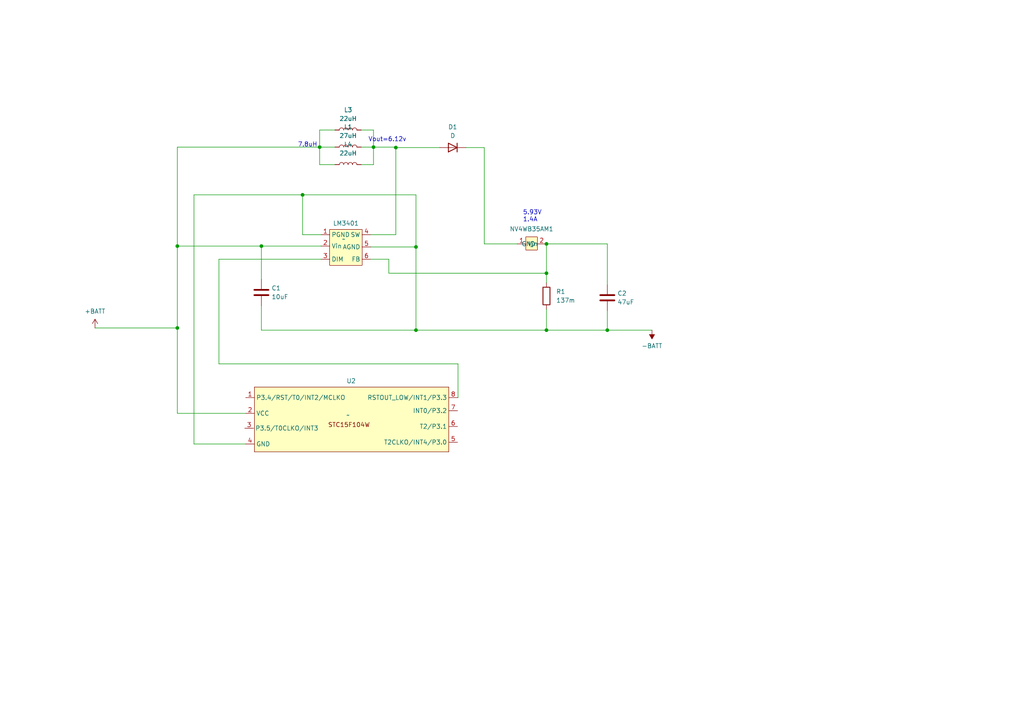
<source format=kicad_sch>
(kicad_sch (version 20230121) (generator eeschema)
  (paper "A4")
  (lib_symbols
    (symbol "Device:C" (pin_numbers hide) (pin_names (offset 0.254))
      (property "Reference" "C" (at 0.635 2.54 0))
      (property "Value" "C" (at 0.635 -2.54 0))
      (symbol "C_0_1"
        (polyline (pts (xy -2.032 -0.762) (xy 2.032 -0.762)) (stroke (width 0.508)))
        (polyline (pts (xy -2.032 0.762) (xy 2.032 0.762)) (stroke (width 0.508)))
      )
      (symbol "C_1_1"
        (pin passive line (at 0 3.81 270) (length 2.794) (name "~") (number "1"))
        (pin passive line (at 0 -3.81 90) (length 2.794) (name "~") (number "2"))
      )
    )
    (symbol "Device:D" (pin_numbers hide) (pin_names (offset 1.016) hide)
      (property "Reference" "D" (at 0 2.54 0))
      (property "Value" "D" (at 0 -2.54 0))
      (symbol "D_0_1"
        (polyline (pts (xy -1.27 1.27) (xy -1.27 -1.27)) (stroke (width 0.254)))
        (polyline (pts (xy 1.27 0) (xy -1.27 0)))
        (polyline (pts (xy 1.27 1.27) (xy 1.27 -1.27) (xy -1.27 0) (xy 1.27 1.27)) (stroke (width 0.254)))
      )
      (symbol "D_1_1"
        (pin passive line (at -3.81 0 0) (length 2.54) (name "K") (number "1"))
        (pin passive line (at 3.81 0 180) (length 2.54) (name "A") (number "2"))
      )
    )
    (symbol "Device:L" (pin_numbers hide) (pin_names (offset 1.016) hide)
      (property "Reference" "L" (at -1.27 0 90))
      (property "Value" "L" (at 1.905 0 90))
      (symbol "L_0_1"
        (arc (start 0 -2.54) (mid 0.6323 -1.905) (end 0 -1.27))
        (arc (start 0 -1.27) (mid 0.6323 -0.635) (end 0 0))
        (arc (start 0 0) (mid 0.6323 0.635) (end 0 1.27))
        (arc (start 0 1.27) (mid 0.6323 1.905) (end 0 2.54))
      )
      (symbol "L_1_1"
        (pin passive line (at 0 3.81 270) (length 1.27) (name "1") (number "1"))
        (pin passive line (at 0 -3.81 90) (length 1.27) (name "2") (number "2"))
      )
    )
    (symbol "Device:R" (pin_numbers hide) (pin_names (offset 0))
      (property "Reference" "R" (at 2.032 0 90))
      (property "Value" "R" (at 0 0 90))
      (symbol "R_0_1"
        (rectangle (start -1.016 -2.54) (end 1.016 2.54) (stroke (width 0.254)))
      )
      (symbol "R_1_1"
        (pin passive line (at 0 3.81 270) (length 1.27) (name "~") (number "1"))
        (pin passive line (at 0 -3.81 90) (length 1.27) (name "~") (number "2"))
      )
    )
    (symbol "UserLyb:LM3410"
      (property "Reference" "U" (at 0 0 0))
      (symbol "LM3410_1_1"
        (rectangle (start -4.064 2.794) (end 5.334 -7.62) (fill (type background)))
        (pin output line (at -6.604 1.27 0) (length 2.54) (name "PGND") (number "1"))
        (pin input line (at -6.604 -2.032 0) (length 2.54) (name "Vin") (number "2"))
        (pin passive line (at -6.604 -5.842 0) (length 2.54) (name "DIM") (number "3"))
        (pin passive line (at 7.874 1.27 180) (length 2.54) (name "SW") (number "4"))
        (pin passive line (at 7.874 -2.286 180) (length 2.54) (name "AGND") (number "5"))
        (pin passive line (at 7.874 -5.842 180) (length 2.54) (name "FB") (number "6"))
      )
    )
    (symbol "UserLyb:NV4WB35AM"
      (property "Reference" "NV4WB35AM" (at -0.254 -2.794 0))
      (symbol "NV4WB35AM_1_1"
        (rectangle (start -1.778 2.794) (end 1.524 -1.016) (fill (type background)))
        (pin input line (at -4.318 0.762 0) (length 2.54) (name "Vin") (number "1"))
        (pin input line (at 4.064 0.762 180) (length 2.54) (name "GND") (number "2"))
      )
    )
    (symbol "UserLyb:STC15F104W"
      (property "Reference" "U" (at 0 0 0))
      (symbol "STC15F104W_1_1"
        (rectangle (start -27.178 8.128) (end 29.21 -10.668) (fill (type background)))
        (text "STC15F104W" (at 0.254 -2.794 0) (effects (font (size 1.27 1.27))))
        (pin passive line (at -29.718 5.08 0) (length 2.54) (name "P3.4/RST/T0/INT2/MCLKO") (number "1"))
        (pin passive line (at -29.718 0.508 0) (length 2.54) (name "VCC") (number "2"))
        (pin passive line (at -29.972 -3.81 0) (length 2.54) (name "P3.5/T0CLKO/INT3") (number "3"))
        (pin passive line (at -29.718 -8.382 0) (length 2.54) (name "GND") (number "4"))
        (pin passive line (at 31.75 -7.874 180) (length 2.54) (name "T2CLKO/INT4/P3.0") (number "5"))
        (pin passive line (at 31.75 -3.302 180) (length 2.54) (name "T2/P3.1") (number "6"))
        (pin passive line (at 31.75 1.27 180) (length 2.54) (name "INT0/P3.2") (number "7"))
        (pin passive line (at 31.75 5.08 180) (length 2.54) (name "RSTOUT_LOW/INT1/P3.3") (number "8"))
      )
    )
    (symbol "power:+BATT" (power) (pin_names (offset 0))
      (property "Value" "+BATT" (at 0 3.556 0))
      (symbol "+BATT_0_1"
        (polyline (pts (xy -0.762 1.27) (xy 0 2.54)))
        (polyline (pts (xy 0 0) (xy 0 2.54)))
        (polyline (pts (xy 0 2.54) (xy 0.762 1.27)))
      )
      (symbol "+BATT_1_1"
        (pin power_in line (at 0 0 90) (length 0) hide (name "+BATT") (number "1"))
      )
    )
    (symbol "power:-BATT" (power) (pin_names (offset 0))
      (property "Value" "-BATT" (at 0 3.556 0))
      (symbol "-BATT_0_1"
        (polyline (pts (xy 0 0) (xy 0 2.54)))
        (polyline (pts (xy 0.762 1.27) (xy -0.762 1.27) (xy 0 2.54) (xy 0.762 1.27)) (fill (type outline)))
      )
      (symbol "-BATT_1_1"
        (pin power_in line (at 0 0 90) (length 0) hide (name "-BATT") (number "1"))
      )
    )
  )
  (junction (at 158.496 70.739))
  (junction (at 92.71 42.672))
  (junction (at 108.331 42.672))
  (junction (at 158.496 95.758))
  (junction (at 120.65 95.758))
  (junction (at 51.435 71.374))
  (junction (at 75.819 71.374))
  (junction (at 114.808 42.799))
  (junction (at 87.757 56.515))
  (junction (at 158.496 79.248))
  (junction (at 176.149 95.758))
  (junction (at 51.435 95.123))
  (junction (at 120.65 71.628))
  (wire (pts (xy 112.776 79.248) (xy 158.496 79.248)))
  (wire (pts (xy 135.128 42.799) (xy 140.462 42.799)))
  (wire (pts (xy 63.5 105.537) (xy 63.5 75.184)))
  (wire (pts (xy 158.496 79.248) (xy 158.496 82.042)))
  (wire (pts (xy 127.508 42.799) (xy 114.808 42.799)))
  (wire (pts (xy 108.331 42.672) (xy 114.808 42.672)))
  (wire (pts (xy 158.496 70.739) (xy 158.496 79.248)))
  (wire (pts (xy 158.496 89.662) (xy 158.496 95.758)))
  (wire (pts (xy 75.819 71.374) (xy 75.819 81.026)))
  (wire (pts (xy 176.149 82.55) (xy 176.149 70.739)))
  (wire (pts (xy 158.369 70.739) (xy 158.496 70.739)))
  (wire (pts (xy 176.149 95.758) (xy 189.103 95.758)))
  (wire (pts (xy 75.819 95.758) (xy 120.65 95.758)))
  (wire (pts (xy 51.435 119.888) (xy 71.247 119.888)))
  (wire (pts (xy 63.5 75.184) (xy 93.091 75.184)))
  (wire (pts (xy 104.775 42.672) (xy 108.331 42.672)))
  (wire (pts (xy 51.435 95.123) (xy 51.435 71.374)))
  (wire (pts (xy 140.462 70.739) (xy 149.987 70.739)))
  (wire (pts (xy 92.71 37.719) (xy 92.71 42.672)))
  (wire (pts (xy 132.715 115.316) (xy 132.842 115.316)))
  (wire (pts (xy 56.261 56.515) (xy 56.261 128.778)))
  (wire (pts (xy 120.65 95.758) (xy 158.496 95.758)))
  (wire (pts (xy 107.569 71.628) (xy 120.65 71.628)))
  (wire (pts (xy 176.149 70.739) (xy 158.496 70.739)))
  (wire (pts (xy 120.65 95.758) (xy 120.65 71.628)))
  (wire (pts (xy 114.808 68.072) (xy 107.569 68.072)))
  (wire (pts (xy 87.757 56.515) (xy 56.261 56.515)))
  (wire (pts (xy 27.559 95.123) (xy 51.435 95.123)))
  (wire (pts (xy 158.496 95.758) (xy 176.149 95.758)))
  (wire (pts (xy 92.71 47.752) (xy 92.71 42.672)))
  (wire (pts (xy 104.775 47.752) (xy 108.331 47.752)))
  (wire (pts (xy 97.155 37.719) (xy 92.71 37.719)))
  (wire (pts (xy 108.331 47.752) (xy 108.331 42.672)))
  (wire (pts (xy 97.155 47.752) (xy 92.71 47.752)))
  (wire (pts (xy 132.842 105.537) (xy 132.842 115.316)))
  (wire (pts (xy 120.65 56.515) (xy 87.757 56.515)))
  (wire (pts (xy 92.71 42.672) (xy 51.435 42.672)))
  (wire (pts (xy 114.808 42.672) (xy 114.808 42.799)))
  (wire (pts (xy 132.842 105.537) (xy 63.5 105.537)))
  (wire (pts (xy 75.819 88.646) (xy 75.819 95.758)))
  (wire (pts (xy 107.569 75.184) (xy 112.776 75.184)))
  (wire (pts (xy 114.808 42.799) (xy 114.808 68.072)))
  (wire (pts (xy 104.775 37.719) (xy 108.331 37.719)))
  (wire (pts (xy 97.155 42.672) (xy 92.71 42.672)))
  (wire (pts (xy 51.435 95.123) (xy 51.435 119.888)))
  (wire (pts (xy 87.757 68.072) (xy 93.091 68.072)))
  (wire (pts (xy 75.819 71.374) (xy 93.091 71.374)))
  (wire (pts (xy 176.149 90.17) (xy 176.149 95.758)))
  (wire (pts (xy 87.757 56.515) (xy 87.757 68.072)))
  (wire (pts (xy 120.65 56.515) (xy 120.65 71.628)))
  (wire (pts (xy 51.435 71.374) (xy 75.819 71.374)))
  (wire (pts (xy 140.462 42.799) (xy 140.462 70.739)))
  (wire (pts (xy 56.261 128.778) (xy 71.247 128.778)))
  (wire (pts (xy 108.331 37.719) (xy 108.331 42.672)))
  (wire (pts (xy 112.776 75.184) (xy 112.776 79.248)))
  (wire (pts (xy 51.435 42.672) (xy 51.435 71.374)))
  (text "5.93V\n1.4A" (at 151.638 64.516 0) (effects (font (size 1.27 1.27)) (justify left bottom)))
  (text "Vout=6.12v" (at 106.807 41.275 0) (effects (font (size 1.27 1.27)) (justify left bottom)))
  (text "7.8uH" (at 86.36 42.799 0) (effects (font (size 1.27 1.27)) (justify left bottom)))
  (symbol (lib_id "Device:L") (at 100.965 42.672 90) (unit 1)
    (property "Reference" "L1" (at 100.965 36.83 90))
    (property "Value" "27uH" (at 100.965 39.37 90))
    (property "Footprint" "Inductor_SMD:L_1812_4532Metric_Pad1.30x3.40mm_HandSolder" (effects hide))
    (property "Code" "FHW1812IF270JST" (effects hide))
  )
  (symbol (lib_id "Device:L") (at 100.965 47.752 90) (unit 1)
    (property "Reference" "L4" (at 100.965 41.91 90))
    (property "Value" "22uH" (at 100.965 44.45 90))
    (property "Footprint" "Inductor_SMD:L_Taiyo-Yuden_MD-4040" (effects hide))
    (property "Code" "LQH44PN220MP0L" (effects hide))
  )
  (symbol (lib_id "Device:C") (at 176.149 86.36 0) (unit 1)
    (property "Reference" "C2" (at 179.07 85.09 0) (effects (justify left)))
    (property "Value" "47uF" (at 179.07 87.63 0) (effects (justify left)))
    (property "Footprint" "Capacitor_SMD:C_1206_3216Metric" (effects hide))
    (property "Code" "CL31A476MPHNNNE" (effects hide))
  )
  (symbol (lib_id "power:-BATT") (at 189.103 95.758 180) (unit 1)
    (property "Reference" "#PWR02" (effects hide))
    (property "Value" "-BATT" (at 189.103 100.33 0))
  )
  (symbol (lib_id "power:+BATT") (at 27.559 95.123 0) (unit 1)
    (property "Reference" "#PWR01" (effects hide))
    (property "Value" "+BATT" (at 27.559 90.297 0))
  )
  (symbol (lib_id "UserLyb:NV4WB35AM") (at 154.305 71.501 0) (unit 1)
    (property "Reference" "NV4WB35AM1" (at 154.178 66.421 0))
    (property "Value" "~" (at 154.305 71.501 0))
    (property "Footprint" "UserLyb:NV4WB35AM" (effects hide))
  )
  (symbol (lib_id "Device:C") (at 75.819 84.836 0) (unit 1)
    (property "Reference" "C1" (at 78.74 83.566 0) (effects (justify left)))
    (property "Value" "10uF" (at 78.74 86.106 0) (effects (justify left)))
    (property "Footprint" "Capacitor_SMD:C_0603_1608Metric" (effects hide))
    (property "Code" "CL10A106KP8NNNC" (effects hide))
  )
  (symbol (lib_id "UserLyb:STC15F104W") (at 100.965 120.396 0) (unit 1)
    (property "Reference" "U2" (at 101.854 110.49 0))
    (property "Value" "~" (at 100.965 120.396 0))
    (property "Footprint" "Package_DFN_QFN:DFN-8-1EP_4x4mm_P0.8mm_EP2.39x2.21mm" (effects hide))
  )
  (symbol (lib_id "Device:D") (at 131.318 42.799 180) (unit 1)
    (property "Reference" "D1" (at 131.318 36.83 0))
    (property "Value" "D" (at 131.318 39.37 0))
    (property "Footprint" "Diode_SMD:D_SOD-323_HandSoldering" (effects hide))
    (property "Sim.Device" "D" (effects hide))
    (property "Sim.Pins" "1=K 2=A" (effects hide))
    (property "Code" "PMEG1020EA,115" (effects hide))
    (property "正向降压" "405mV" (effects hide))
  )
  (symbol (lib_id "Device:L") (at 100.965 37.719 90) (unit 1)
    (property "Reference" "L3" (at 100.965 31.877 90))
    (property "Value" "22uH" (at 100.965 34.417 90))
    (property "Footprint" "Inductor_SMD:L_Taiyo-Yuden_MD-4040" (effects hide))
    (property "Code" "LQH44PN220MP0L" (effects hide))
  )
  (symbol (lib_id "Device:R") (at 158.496 85.852 0) (unit 1)
    (property "Reference" "R1" (at 161.29 84.582 0) (effects (justify left)))
    (property "Value" "137m" (at 161.29 87.122 0) (effects (justify left)))
    (property "Footprint" "UserLyb:SMD-0508" (effects hide))
    (property "Code" "WK73S2ATTDR137F" (effects hide))
  )
  (symbol (lib_id "UserLyb:LM3410") (at 99.695 69.342 0) (unit 1)
    (property "Reference" "LM3401" (at 100.33 64.77 0))
    (property "Value" "~" (at 99.695 69.342 0))
    (property "Footprint" "Package_SON:WSON-6-1EP_3x3mm_P0.95mm" (effects hide))
  )
)
</source>
